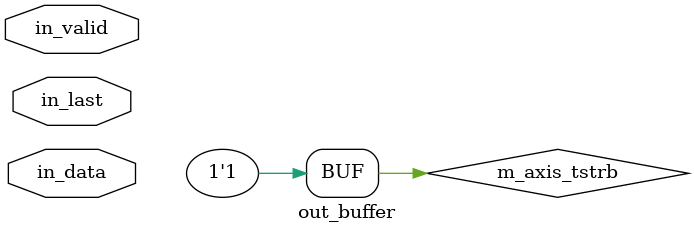
<source format=v>
`timescale 1ns / 1ps


module out_buffer(
 //   input  wire        clk,
  //  input  wire        rstn,
  //  output wire        m_axis_tvalid,
  //  output wire [31:0] m_axis_tdata,
  //  output wire [3:0]  m_axis_tstrb,
  //  output wire        m_axis_tlast,
//    input  wire        m_axis_tready,
    input  wire [31:0] in_data,
    input  wire        in_valid,
    input  wire        in_last
);

	wire tvalid;
	reg tvalid_delay;
	reg tlast;
	reg [31:0] tdata;
	reg [9:0] fifo_ptr;
	reg [9:0] read_ptr;
	wire send_flg;
	reg in_last_delay_1, in_last_delay_2, in_last_delay_3;
	reg out_flg;

	always@(posedge clk) begin
		if(!rstn) begin
			in_last_delay_1 <= 1'b0;
			in_last_delay_2 <= 1'b0;
			in_last_delay_3 <= 1'b0;
		end
		else begin
			in_last_delay_1 <= in_last;
			in_last_delay_2 <= in_last_delay_1;
			in_last_delay_3 <= in_last_delay_2;
		end
	end

	always@(posedge clk) begin
		if(in_valid) m_fifo[fifo_ptr] <= in_data;
	end

	always@(posedge clk) begin
		if(!rstn) begin
			fifo_ptr <= 10'd0;
		end
		else begin
			if(in_valid) begin
				fifo_ptr <= fifo_ptr + 1'b1;
			end
			else if(fifo_ptr == 10'd800) fifo_ptr <= 10'd0;
		end
	end

	always@(posedge clk) begin
		if(!rstn) begin
			out_flg <= 1'b0;
		end
		else begin
			if(in_last_delay_3) out_flg <= 1'b1;
			else if(read_ptr == 10'd800) out_flg <= 1'b0;
		end
	end

	assign tvalid = (out_flg) ? 1'b1 : 1'b0;

	assign send_flg = (tvalid && m_axis_tready) ? 1'b1 : 1'b0;

	always@(posedge clk) begin
		if(!rstn) begin
			read_ptr <= 10'd0;
		end
		else begin
			if(read_ptr == 10'd800) read_ptr <= 10'd0;
			else if(send_flg) read_ptr <= read_ptr + 1'b1;
		end
	end

	always@(posedge clk) begin
		if(!rstn) begin
			tdata <= 32'd0;
			tvalid_delay <= 1'b0;
		end
		else begin
			if(send_flg) begin
				tdata <= m_fifo[read_ptr];
				tvalid_delay <= tvalid;
			end
			else tvalid_delay <= 1'b0;
		end
	end

	always@(posedge clk) begin
		if(!rstn) begin
			tlast <= 1'b0;
		end
		else begin
			if((out_flg) && (read_ptr == 10'd800)) tlast <= 1'b1;
			else tlast <= 1'b0;
		end
	end

	assign m_axis_tstrb = 4'b1111;
	assign m_axis_tdata = tdata;
	assign m_axis_tlast = tlast;
	assign m_axis_tvalid = tvalid_delay;

endmodule

</source>
